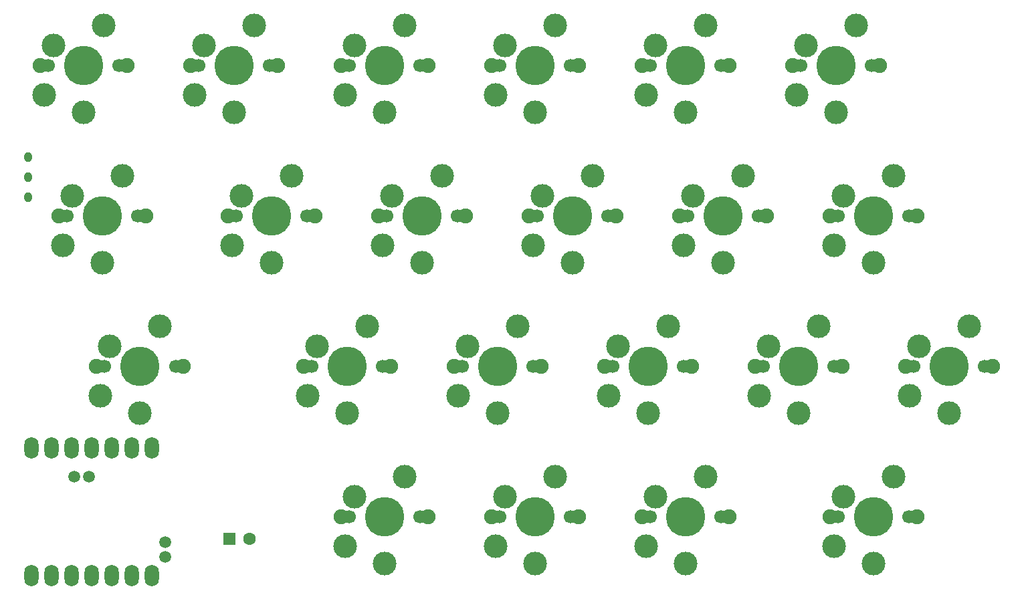
<source format=gbr>
%TF.GenerationSoftware,KiCad,Pcbnew,8.0.7*%
%TF.CreationDate,2025-01-20T20:00:10+09:00*%
%TF.ProjectId,cool937tb_L,636f6f6c-3933-4377-9462-5f4c2e6b6963,rev?*%
%TF.SameCoordinates,Original*%
%TF.FileFunction,Soldermask,Top*%
%TF.FilePolarity,Negative*%
%FSLAX46Y46*%
G04 Gerber Fmt 4.6, Leading zero omitted, Abs format (unit mm)*
G04 Created by KiCad (PCBNEW 8.0.7) date 2025-01-20 20:00:10*
%MOMM*%
%LPD*%
G01*
G04 APERTURE LIST*
%ADD10C,1.900000*%
%ADD11C,1.700000*%
%ADD12C,3.000000*%
%ADD13C,5.000000*%
%ADD14O,1.000000X1.300000*%
%ADD15R,1.600000X1.600000*%
%ADD16C,1.600000*%
%ADD17O,1.800000X2.750000*%
%ADD18C,1.500000*%
G04 APERTURE END LIST*
D10*
%TO.C,SW22*%
X104037500Y-38100000D03*
D11*
X104457500Y-38100000D03*
D12*
X104537500Y-41800000D03*
D11*
X105037500Y-38100000D03*
D12*
X105727500Y-35560000D03*
D13*
X109537500Y-38100000D03*
D12*
X109537500Y-44000000D03*
X112077500Y-33020000D03*
D11*
X114037500Y-38100000D03*
X114617500Y-38100000D03*
D10*
X115037500Y-38100000D03*
%TD*%
%TO.C,SW14*%
X56412500Y-19050000D03*
D11*
X56832500Y-19050000D03*
D12*
X56912500Y-22750000D03*
D11*
X57412500Y-19050000D03*
D12*
X58102500Y-16510000D03*
D13*
X61912500Y-19050000D03*
D12*
X61912500Y-24950000D03*
X64452500Y-13970000D03*
D11*
X66412500Y-19050000D03*
X66992500Y-19050000D03*
D10*
X67412500Y-19050000D03*
%TD*%
D14*
%TO.C,SW23*%
X-6990000Y-16600000D03*
X-6990000Y-14100000D03*
X-6990000Y-11600000D03*
%TD*%
D10*
%TO.C,SW18*%
X75462500Y-19050000D03*
D11*
X75882500Y-19050000D03*
D12*
X75962500Y-22750000D03*
D11*
X76462500Y-19050000D03*
D12*
X77152500Y-16510000D03*
D13*
X80962500Y-19050000D03*
D12*
X80962500Y-24950000D03*
X83502500Y-13970000D03*
D11*
X85462500Y-19050000D03*
X86042500Y-19050000D03*
D10*
X86462500Y-19050000D03*
%TD*%
%TO.C,SW12*%
X70700000Y-57150000D03*
D11*
X71120000Y-57150000D03*
D12*
X71200000Y-60850000D03*
D11*
X71700000Y-57150000D03*
D12*
X72390000Y-54610000D03*
D13*
X76200000Y-57150000D03*
D12*
X76200000Y-63050000D03*
X78740000Y-52070000D03*
D11*
X80700000Y-57150000D03*
X81280000Y-57150000D03*
D10*
X81700000Y-57150000D03*
%TD*%
%TO.C,SW19*%
X84987500Y-38100000D03*
D11*
X85407500Y-38100000D03*
D12*
X85487500Y-41800000D03*
D11*
X85987500Y-38100000D03*
D12*
X86677500Y-35560000D03*
D13*
X90487500Y-38100000D03*
D12*
X90487500Y-44000000D03*
X93027500Y-33020000D03*
D11*
X94987500Y-38100000D03*
X95567500Y-38100000D03*
D10*
X95987500Y-38100000D03*
%TD*%
%TO.C,SW1*%
X-5500000Y0D03*
D11*
X-5080000Y0D03*
D12*
X-5000000Y-3700000D03*
D11*
X-4500000Y0D03*
D12*
X-3810000Y2540000D03*
D13*
X0Y0D03*
D12*
X0Y-5900000D03*
X2540000Y5080000D03*
D11*
X4500000Y0D03*
X5080000Y0D03*
D10*
X5500000Y0D03*
%TD*%
%TO.C,SW13*%
X51650000Y0D03*
D11*
X52070000Y0D03*
D12*
X52150000Y-3700000D03*
D11*
X52650000Y0D03*
D12*
X53340000Y2540000D03*
D13*
X57150000Y0D03*
D12*
X57150000Y-5900000D03*
X59690000Y5080000D03*
D11*
X61650000Y0D03*
X62230000Y0D03*
D10*
X62650000Y0D03*
%TD*%
D15*
%TO.C,J1*%
X18450000Y-59900000D03*
D16*
X20970000Y-59900000D03*
%TD*%
D10*
%TO.C,SW10*%
X37362500Y-19050000D03*
D11*
X37782500Y-19050000D03*
D12*
X37862500Y-22750000D03*
D11*
X38362500Y-19050000D03*
D12*
X39052500Y-16510000D03*
D13*
X42862500Y-19050000D03*
D12*
X42862500Y-24950000D03*
X45402500Y-13970000D03*
D11*
X47362500Y-19050000D03*
X47942500Y-19050000D03*
D10*
X48362500Y-19050000D03*
%TD*%
%TO.C,SW9*%
X32600000Y0D03*
D11*
X33020000Y0D03*
D12*
X33100000Y-3700000D03*
D11*
X33600000Y0D03*
D12*
X34290000Y2540000D03*
D13*
X38100000Y0D03*
D12*
X38100000Y-5900000D03*
X40640000Y5080000D03*
D11*
X42600000Y0D03*
X43180000Y0D03*
D10*
X43600000Y0D03*
%TD*%
%TO.C,SW15*%
X65937500Y-38100000D03*
D11*
X66357500Y-38100000D03*
D12*
X66437500Y-41800000D03*
D11*
X66937500Y-38100000D03*
D12*
X67627500Y-35560000D03*
D13*
X71437500Y-38100000D03*
D12*
X71437500Y-44000000D03*
X73977500Y-33020000D03*
D11*
X75937500Y-38100000D03*
X76517500Y-38100000D03*
D10*
X76937500Y-38100000D03*
%TD*%
%TO.C,SW20*%
X94500000Y-57150000D03*
D11*
X94920000Y-57150000D03*
D12*
X95000000Y-60850000D03*
D11*
X95500000Y-57150000D03*
D12*
X96190000Y-54610000D03*
D13*
X100000000Y-57150000D03*
D12*
X100000000Y-63050000D03*
X102540000Y-52070000D03*
D11*
X104500000Y-57150000D03*
X105080000Y-57150000D03*
D10*
X105500000Y-57150000D03*
%TD*%
%TO.C,SW11*%
X46887500Y-38100000D03*
D11*
X47307500Y-38100000D03*
D12*
X47387500Y-41800000D03*
D11*
X47887500Y-38100000D03*
D12*
X48577500Y-35560000D03*
D13*
X52387500Y-38100000D03*
D12*
X52387500Y-44000000D03*
X54927500Y-33020000D03*
D11*
X56887500Y-38100000D03*
X57467500Y-38100000D03*
D10*
X57887500Y-38100000D03*
%TD*%
%TO.C,SW16*%
X89750000Y0D03*
D11*
X90170000Y0D03*
D12*
X90250000Y-3700000D03*
D11*
X90750000Y0D03*
D12*
X91440000Y2540000D03*
D13*
X95250000Y0D03*
D12*
X95250000Y-5900000D03*
X97790000Y5080000D03*
D11*
X99750000Y0D03*
X100330000Y0D03*
D10*
X100750000Y0D03*
%TD*%
%TO.C,SW5*%
X13550000Y0D03*
D11*
X13970000Y0D03*
D12*
X14050000Y-3700000D03*
D11*
X14550000Y0D03*
D12*
X15240000Y2540000D03*
D13*
X19050000Y0D03*
D12*
X19050000Y-5900000D03*
X21590000Y5080000D03*
D11*
X23550000Y0D03*
X24130000Y0D03*
D10*
X24550000Y0D03*
%TD*%
%TO.C,SW4*%
X32600000Y-57150000D03*
D11*
X33020000Y-57150000D03*
D12*
X33100000Y-60850000D03*
D11*
X33600000Y-57150000D03*
D12*
X34290000Y-54610000D03*
D13*
X38100000Y-57150000D03*
D12*
X38100000Y-63050000D03*
X40640000Y-52070000D03*
D11*
X42600000Y-57150000D03*
X43180000Y-57150000D03*
D10*
X43600000Y-57150000D03*
%TD*%
%TO.C,SW17*%
X70700000Y0D03*
D11*
X71120000Y0D03*
D12*
X71200000Y-3700000D03*
D11*
X71700000Y0D03*
D12*
X72390000Y2540000D03*
D13*
X76200000Y0D03*
D12*
X76200000Y-5900000D03*
X78740000Y5080000D03*
D11*
X80700000Y0D03*
X81280000Y0D03*
D10*
X81700000Y0D03*
%TD*%
%TO.C,SW6*%
X18312500Y-19050000D03*
D11*
X18732500Y-19050000D03*
D12*
X18812500Y-22750000D03*
D11*
X19312500Y-19050000D03*
D12*
X20002500Y-16510000D03*
D13*
X23812500Y-19050000D03*
D12*
X23812500Y-24950000D03*
X26352500Y-13970000D03*
D11*
X28312500Y-19050000D03*
X28892500Y-19050000D03*
D10*
X29312500Y-19050000D03*
%TD*%
%TO.C,SW21*%
X94512500Y-19050000D03*
D11*
X94932500Y-19050000D03*
D12*
X95012500Y-22750000D03*
D11*
X95512500Y-19050000D03*
D12*
X96202500Y-16510000D03*
D13*
X100012500Y-19050000D03*
D12*
X100012500Y-24950000D03*
X102552500Y-13970000D03*
D11*
X104512500Y-19050000D03*
X105092500Y-19050000D03*
D10*
X105512500Y-19050000D03*
%TD*%
%TO.C,SW3*%
X1643750Y-38100000D03*
D11*
X2063750Y-38100000D03*
D12*
X2143750Y-41800000D03*
D11*
X2643750Y-38100000D03*
D12*
X3333750Y-35560000D03*
D13*
X7143750Y-38100000D03*
D12*
X7143750Y-44000000D03*
X9683750Y-33020000D03*
D11*
X11643750Y-38100000D03*
X12223750Y-38100000D03*
D10*
X12643750Y-38100000D03*
%TD*%
%TO.C,SW2*%
X-3118750Y-19050000D03*
D11*
X-2698750Y-19050000D03*
D12*
X-2618750Y-22750000D03*
D11*
X-2118750Y-19050000D03*
D12*
X-1428750Y-16510000D03*
D13*
X2381250Y-19050000D03*
D12*
X2381250Y-24950000D03*
X4921250Y-13970000D03*
D11*
X6881250Y-19050000D03*
X7461250Y-19050000D03*
D10*
X7881250Y-19050000D03*
%TD*%
%TO.C,SW8*%
X51650000Y-57150000D03*
D11*
X52070000Y-57150000D03*
D12*
X52150000Y-60850000D03*
D11*
X52650000Y-57150000D03*
D12*
X53340000Y-54610000D03*
D13*
X57150000Y-57150000D03*
D12*
X57150000Y-63050000D03*
X59690000Y-52070000D03*
D11*
X61650000Y-57150000D03*
X62230000Y-57150000D03*
D10*
X62650000Y-57150000D03*
%TD*%
%TO.C,SW7*%
X27837500Y-38100000D03*
D11*
X28257500Y-38100000D03*
D12*
X28337500Y-41800000D03*
D11*
X28837500Y-38100000D03*
D12*
X29527500Y-35560000D03*
D13*
X33337500Y-38100000D03*
D12*
X33337500Y-44000000D03*
X35877500Y-33020000D03*
D11*
X37837500Y-38100000D03*
X38417500Y-38100000D03*
D10*
X38837500Y-38100000D03*
%TD*%
D17*
%TO.C,U1*%
X-6600000Y-48350000D03*
X-4060000Y-48350000D03*
X-1520000Y-48350000D03*
X1020000Y-48350000D03*
X3560000Y-48350000D03*
X6100000Y-48350000D03*
X8640000Y-48350000D03*
X8640000Y-64590000D03*
X6100000Y-64590000D03*
X3560000Y-64590000D03*
X1020000Y-64590000D03*
X-1520000Y-64590000D03*
X-4060000Y-64590000D03*
X-6600000Y-64590000D03*
D18*
X10332000Y-60305400D03*
X10332000Y-62185000D03*
X703000Y-52025000D03*
X-1202000Y-52025000D03*
%TD*%
M02*

</source>
